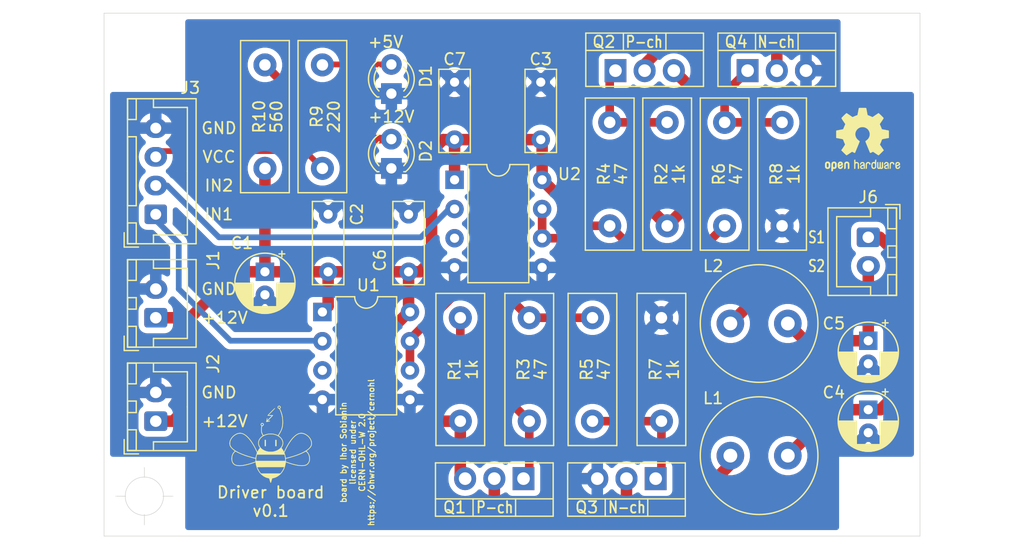
<source format=kicad_pcb>
(kicad_pcb (version 20171130) (host pcbnew 5.1.10-88a1d61d58~90~ubuntu20.04.1)
  (layers (0 F.Cu signal) (31 B.Cu signal hide) (34 B.Paste user) (35 F.Paste user) (36 B.SilkS user) (37 F.SilkS user) (38 B.Mask user) (39 F.Mask user) (44 Edge.Cuts user))
  (net 0 "")
  (net 1 GND)
  (net 2 +12V)
  (net 3 "Net-(C4-Pad1)")
  (net 4 "Net-(C5-Pad1)")
  (net 5 "Net-(D1-Pad2)")
  (net 6 "Net-(D2-Pad2)")
  (net 7 IN2)
  (net 8 IN1)
  (net 9 +5V)
  (net 10 "Net-(L1-Pad1)")
  (net 11 "Net-(L2-Pad1)")
  (net 12 "Net-(Q1-Pad1)")
  (net 13 "Net-(Q2-Pad1)")
  (net 14 "Net-(Q3-Pad1)")
  (net 15 "Net-(Q4-Pad1)")
  (net 16 "Net-(R3-Pad1)")
  (net 17 "Net-(R4-Pad1)")
  (net 18 "Net-(U1-Pad3)")
  (net 19 "Net-(U2-Pad3)")
  (module logo-beehive:logo-beehive-7_2х6_7mm (layer F.Cu) (at 138.5 108.5)
    (fp_text reference G*** hide)
    (fp_text value LOGO hide)
  )
  (module Connector_JST:JST_XH_B2B-XH-A_1x02_P2.50mm_Vertical (layer F.Cu) (at 128.5 97.5 90)
    (fp_text reference J1 (at 5 5 90) (layer F.SilkS))
    (fp_text value Conn_01x02)
    (pad 2 thru_hole oval (at 2.5 0 90) (size 1.7 2) (drill 1) (layers *.Cu *.Mask) (net 1 GND))
    (pad 1 thru_hole roundrect (at 0 0 90) (size 1.7 2) (drill 1) (layers *.Cu *.Mask) (roundrect_rratio 0.1470588235294118) (net 2 +12V))
  )
  (module Symbol:OSHW-Logo2_7.3x6mm_SilkScreen (layer F.Cu) (at 190 82)
    (fp_text reference REF** hide)
    (fp_text value OSHW-Logo2_7.3x6mm_SilkScreen hide)
  )
  (module MountingHole:MountingHole_3.2mm_M3_DIN965 (layer F.Cu) (at 127.5 113)
    (fp_text reference REF** hide)
    (fp_text value MountingHole_3.2mm_M3_DIN965 hide)
    (pad 1 np_thru_hole circle (at 0 0) (size 3.2 3.2) (drill 3.2) (layers *.Cu *.Mask))
  )
  (module MountingHole:MountingHole_3.2mm_M3_DIN965 (layer F.Cu) (at 127.5 74.5)
    (fp_text reference REF**)
    (fp_text value MountingHole_3.2mm_M3_DIN965)
    (pad 1 np_thru_hole circle (at 0 0) (size 3.2 3.2) (drill 3.2) (layers *.Cu *.Mask))
  )
  (module MountingHole:MountingHole_3.2mm_M3_DIN965 (layer F.Cu) (at 191.5 74.5)
    (fp_text reference REF**)
    (fp_text value MountingHole_3.2mm_M3_DIN965)
    (pad 1 np_thru_hole circle (at 0 0) (size 3.2 3.2) (drill 3.2) (layers *.Cu *.Mask))
  )
  (module MountingHole:MountingHole_3.2mm_M3_DIN965 (layer F.Cu) (at 191.5 113)
    (fp_text reference REF**)
    (fp_text value MountingHole_3.2mm_M3_DIN965)
    (pad 1 np_thru_hole circle (at 0 0) (size 3.2 3.2) (drill 3.2) (layers *.Cu *.Mask))
  )
  (module Package_DIP:DIP-8_W7.62mm (layer F.Cu) (at 154.5 85.5)
    (fp_text reference U2 (at 10 -0.5) (layer F.SilkS))
    (fp_text value TC4420CPA)
    (pad 8 thru_hole oval (at 7.62 0) (size 1.6 1.6) (drill 0.8) (layers *.Cu *.Mask) (net 2 +12V))
    (pad 4 thru_hole oval (at 0 7.62) (size 1.6 1.6) (drill 0.8) (layers *.Cu *.Mask) (net 1 GND))
    (pad 7 thru_hole oval (at 7.62 2.54) (size 1.6 1.6) (drill 0.8) (layers *.Cu *.Mask) (net 17 "Net-(R4-Pad1)"))
    (pad 3 thru_hole oval (at 0 5.08) (size 1.6 1.6) (drill 0.8) (layers *.Cu *.Mask) (net 19 "Net-(U2-Pad3)"))
    (pad 6 thru_hole oval (at 7.62 5.08) (size 1.6 1.6) (drill 0.8) (layers *.Cu *.Mask) (net 17 "Net-(R4-Pad1)"))
    (pad 2 thru_hole oval (at 0 2.54) (size 1.6 1.6) (drill 0.8) (layers *.Cu *.Mask) (net 7 IN2))
    (pad 5 thru_hole oval (at 7.62 7.62) (size 1.6 1.6) (drill 0.8) (layers *.Cu *.Mask) (net 1 GND))
    (pad 1 thru_hole rect (at 0 0) (size 1.6 1.6) (drill 0.8) (layers *.Cu *.Mask) (net 2 +12V))
  )
  (module Package_DIP:DIP-8_W7.62mm (layer F.Cu) (at 143 97)
    (fp_text reference U1 (at 4 -2.33) (layer F.SilkS))
    (fp_text value TC4420CPA)
    (pad 8 thru_hole oval (at 7.62 0) (size 1.6 1.6) (drill 0.8) (layers *.Cu *.Mask) (net 2 +12V))
    (pad 4 thru_hole oval (at 0 7.62) (size 1.6 1.6) (drill 0.8) (layers *.Cu *.Mask) (net 1 GND))
    (pad 7 thru_hole oval (at 7.62 2.54) (size 1.6 1.6) (drill 0.8) (layers *.Cu *.Mask) (net 16 "Net-(R3-Pad1)"))
    (pad 3 thru_hole oval (at 0 5.08) (size 1.6 1.6) (drill 0.8) (layers *.Cu *.Mask) (net 18 "Net-(U1-Pad3)"))
    (pad 6 thru_hole oval (at 7.62 5.08) (size 1.6 1.6) (drill 0.8) (layers *.Cu *.Mask) (net 16 "Net-(R3-Pad1)"))
    (pad 2 thru_hole oval (at 0 2.54) (size 1.6 1.6) (drill 0.8) (layers *.Cu *.Mask) (net 8 IN1))
    (pad 5 thru_hole oval (at 7.62 7.62) (size 1.6 1.6) (drill 0.8) (layers *.Cu *.Mask) (net 1 GND))
    (pad 1 thru_hole rect (at 0 0) (size 1.6 1.6) (drill 0.8) (layers *.Cu *.Mask) (net 2 +12V))
  )
  (module Resistor_THT:R_Box_L13.0mm_W4.0mm_P9.00mm (layer F.Cu) (at 138 84.5 90)
    (fp_text reference R10 (at 4.5 -0.5 90) (layer F.SilkS))
    (fp_text value 560)
    (pad 1 thru_hole circle (at 0 0 90) (size 2 2) (drill 1) (layers *.Cu *.Mask) (net 2 +12V))
    (pad 2 thru_hole circle (at 9 0 90) (size 2 2) (drill 1) (layers *.Cu *.Mask) (net 6 "Net-(D2-Pad2)"))
  )
  (module Resistor_THT:R_Box_L13.0mm_W4.0mm_P9.00mm (layer F.Cu) (at 143 84.5 90)
    (fp_text reference R9 (at 4.5 -0.5 90) (layer F.SilkS))
    (fp_text value 220)
    (pad 2 thru_hole circle (at 9 0 90) (size 2 2) (drill 1) (layers *.Cu *.Mask) (net 5 "Net-(D1-Pad2)"))
    (pad 1 thru_hole circle (at 0 0 90) (size 2 2) (drill 1) (layers *.Cu *.Mask) (net 9 +5V))
  )
  (module Resistor_THT:R_Box_L13.0mm_W4.0mm_P9.00mm (layer F.Cu) (at 183 89.5 90)
    (fp_text reference R8 (at 4.5 -0.5 270) (layer F.SilkS))
    (fp_text value 1k)
    (pad 2 thru_hole circle (at 9 0 90) (size 2 2) (drill 1) (layers *.Cu *.Mask) (net 15 "Net-(Q4-Pad1)"))
    (pad 1 thru_hole circle (at 0 0 90) (size 2 2) (drill 1) (layers *.Cu *.Mask) (net 1 GND))
  )
  (module Resistor_THT:R_Box_L13.0mm_W4.0mm_P9.00mm (layer F.Cu) (at 172.5 97.5 270)
    (fp_text reference R7 (at 4.5 0.5 270) (layer F.SilkS))
    (fp_text value 1k)
    (pad 2 thru_hole circle (at 9 0 270) (size 2 2) (drill 1) (layers *.Cu *.Mask) (net 14 "Net-(Q3-Pad1)"))
    (pad 1 thru_hole circle (at 0 0 270) (size 2 2) (drill 1) (layers *.Cu *.Mask) (net 1 GND))
  )
  (module Resistor_THT:R_Box_L13.0mm_W4.0mm_P9.00mm (layer F.Cu) (at 178 89.5 90)
    (fp_text reference R6 (at 4.5 -0.5 270) (layer F.SilkS))
    (fp_text value 47)
    (pad 2 thru_hole circle (at 9 0 90) (size 2 2) (drill 1) (layers *.Cu *.Mask) (net 15 "Net-(Q4-Pad1)"))
    (pad 1 thru_hole circle (at 0 0 90) (size 2 2) (drill 1) (layers *.Cu *.Mask) (net 17 "Net-(R4-Pad1)"))
  )
  (module Resistor_THT:R_Box_L13.0mm_W4.0mm_P9.00mm (layer F.Cu) (at 166.5 97.5 270)
    (fp_text reference R5 (at 4.5 0.5 270) (layer F.SilkS))
    (fp_text value 47)
    (pad 2 thru_hole circle (at 9 0 270) (size 2 2) (drill 1) (layers *.Cu *.Mask) (net 14 "Net-(Q3-Pad1)"))
    (pad 1 thru_hole circle (at 0 0 270) (size 2 2) (drill 1) (layers *.Cu *.Mask) (net 16 "Net-(R3-Pad1)"))
  )
  (module Resistor_THT:R_Box_L13.0mm_W4.0mm_P9.00mm (layer F.Cu) (at 168 89.5 90)
    (fp_text reference R4 (at 4.5 -0.5 90) (layer F.SilkS))
    (fp_text value 47)
    (pad 2 thru_hole circle (at 9 0 90) (size 2 2) (drill 1) (layers *.Cu *.Mask) (net 13 "Net-(Q2-Pad1)"))
    (pad 1 thru_hole circle (at 0 0 90) (size 2 2) (drill 1) (layers *.Cu *.Mask) (net 17 "Net-(R4-Pad1)"))
  )
  (module Resistor_THT:R_Box_L13.0mm_W4.0mm_P9.00mm (layer F.Cu) (at 161 97.5 270)
    (fp_text reference R3 (at 4.5 0.5 270) (layer F.SilkS))
    (fp_text value 47)
    (pad 2 thru_hole circle (at 9 0 270) (size 2 2) (drill 1) (layers *.Cu *.Mask) (net 12 "Net-(Q1-Pad1)"))
    (pad 1 thru_hole circle (at 0 0 270) (size 2 2) (drill 1) (layers *.Cu *.Mask) (net 16 "Net-(R3-Pad1)"))
  )
  (module Resistor_THT:R_Box_L13.0mm_W4.0mm_P9.00mm (layer F.Cu) (at 173 80.5 270)
    (fp_text reference R2 (at 4.5 0.5 270) (layer F.SilkS))
    (fp_text value 1k)
    (pad 2 thru_hole circle (at 9 0 270) (size 2 2) (drill 1) (layers *.Cu *.Mask) (net 2 +12V))
    (pad 1 thru_hole circle (at 0 0 270) (size 2 2) (drill 1) (layers *.Cu *.Mask) (net 13 "Net-(Q2-Pad1)"))
  )
  (module Resistor_THT:R_Box_L13.0mm_W4.0mm_P9.00mm (layer F.Cu) (at 155 97.5 270)
    (fp_text reference R1 (at 4.5 0.5 270) (layer F.SilkS))
    (fp_text value 1k)
    (pad 2 thru_hole circle (at 9 0 270) (size 2 2) (drill 1) (layers *.Cu *.Mask) (net 2 +12V))
    (pad 1 thru_hole circle (at 0 0 270) (size 2 2) (drill 1) (layers *.Cu *.Mask) (net 12 "Net-(Q1-Pad1)"))
  )
  (module Package_TO_SOT_THT:TO-220-3_Vertical (layer F.Cu) (at 180 76)
    (fp_text reference Q4 (at -1 -2.5) (layer F.SilkS))
    (fp_text value IRFZ24NPBF)
    (pad 3 thru_hole oval (at 5.08 0) (size 1.905 2) (drill 1.1) (layers *.Cu *.Mask) (net 1 GND))
    (pad 2 thru_hole oval (at 2.54 0) (size 1.905 2) (drill 1.1) (layers *.Cu *.Mask) (net 11 "Net-(L2-Pad1)"))
    (pad 1 thru_hole rect (at 0 0) (size 1.905 2) (drill 1.1) (layers *.Cu *.Mask) (net 15 "Net-(Q4-Pad1)"))
  )
  (module Package_TO_SOT_THT:TO-220-3_Vertical (layer F.Cu) (at 172 111.5 180)
    (fp_text reference Q3 (at 6 -2.5) (layer F.SilkS))
    (fp_text value IRFZ24NPBF)
    (pad 3 thru_hole oval (at 5.08 0 180) (size 1.905 2) (drill 1.1) (layers *.Cu *.Mask) (net 1 GND))
    (pad 2 thru_hole oval (at 2.54 0 180) (size 1.905 2) (drill 1.1) (layers *.Cu *.Mask) (net 10 "Net-(L1-Pad1)"))
    (pad 1 thru_hole rect (at 0 0 180) (size 1.905 2) (drill 1.1) (layers *.Cu *.Mask) (net 14 "Net-(Q3-Pad1)"))
  )
  (module Package_TO_SOT_THT:TO-220-3_Vertical (layer F.Cu) (at 168.5 76)
    (fp_text reference Q2 (at -1 -2.5) (layer F.SilkS))
    (fp_text value IRF9Z34NPBF)
    (pad 3 thru_hole oval (at 5.08 0) (size 1.905 2) (drill 1.1) (layers *.Cu *.Mask) (net 2 +12V))
    (pad 2 thru_hole oval (at 2.54 0) (size 1.905 2) (drill 1.1) (layers *.Cu *.Mask) (net 11 "Net-(L2-Pad1)"))
    (pad 1 thru_hole rect (at 0 0) (size 1.905 2) (drill 1.1) (layers *.Cu *.Mask) (net 13 "Net-(Q2-Pad1)"))
  )
  (module Package_TO_SOT_THT:TO-220-3_Vertical (layer F.Cu) (at 160.5 111.5 180)
    (fp_text reference Q1 (at 6 -2.5) (layer F.SilkS))
    (fp_text value IRF9Z34NPBF)
    (pad 3 thru_hole oval (at 5.08 0 180) (size 1.905 2) (drill 1.1) (layers *.Cu *.Mask) (net 2 +12V))
    (pad 2 thru_hole oval (at 2.54 0 180) (size 1.905 2) (drill 1.1) (layers *.Cu *.Mask) (net 10 "Net-(L1-Pad1)"))
    (pad 1 thru_hole rect (at 0 0 180) (size 1.905 2) (drill 1.1) (layers *.Cu *.Mask) (net 12 "Net-(Q1-Pad1)"))
  )
  (module Inductor_THT:L_Radial_D10.0mm_P5.00mm_Neosid_SD12_style3 (layer F.Cu) (at 178.5 98)
    (fp_text reference L2 (at -1.5 -5) (layer F.SilkS))
    (fp_text value 33u)
    (pad 2 thru_hole circle (at 5 0) (size 2.4 2.4) (drill 1.2) (layers *.Cu *.Mask) (net 4 "Net-(C5-Pad1)"))
    (pad 1 thru_hole circle (at 0 0) (size 2.4 2.4) (drill 1.2) (layers *.Cu *.Mask) (net 11 "Net-(L2-Pad1)"))
  )
  (module Inductor_THT:L_Radial_D10.0mm_P5.00mm_Neosid_SD12_style3 (layer F.Cu) (at 178.5 109.5)
    (fp_text reference L1 (at -1.5 -5) (layer F.SilkS))
    (fp_text value 33u)
    (pad 2 thru_hole circle (at 5 0) (size 2.4 2.4) (drill 1.2) (layers *.Cu *.Mask) (net 3 "Net-(C4-Pad1)"))
    (pad 1 thru_hole circle (at 0 0) (size 2.4 2.4) (drill 1.2) (layers *.Cu *.Mask) (net 10 "Net-(L1-Pad1)"))
  )
  (module Connector_JST:JST_XH_B2B-XH-A_1x02_P2.50mm_Vertical (layer F.Cu) (at 190.5 90.5 270)
    (fp_text reference J6 (at -3.5 0 180) (layer F.SilkS))
    (fp_text value Conn_01x02)
    (pad 2 thru_hole oval (at 2.5 0 270) (size 1.7 2) (drill 1) (layers *.Cu *.Mask) (net 4 "Net-(C5-Pad1)"))
    (pad 1 thru_hole roundrect (at 0 0 270) (size 1.7 2) (drill 1) (layers *.Cu *.Mask) (roundrect_rratio 0.1470588235294118) (net 3 "Net-(C4-Pad1)"))
  )
  (module Connector_JST:JST_XH_B4B-XH-A_1x04_P2.50mm_Vertical (layer F.Cu) (at 128.5 88.5 90)
    (fp_text reference J3 (at 11 3 180) (layer F.SilkS))
    (fp_text value Conn_01x04)
    (pad 4 thru_hole oval (at 7.5 0 90) (size 1.7 1.95) (drill 0.95) (layers *.Cu *.Mask) (net 1 GND))
    (pad 3 thru_hole oval (at 5 0 90) (size 1.7 1.95) (drill 0.95) (layers *.Cu *.Mask) (net 9 +5V))
    (pad 2 thru_hole oval (at 2.5 0 90) (size 1.7 1.95) (drill 0.95) (layers *.Cu *.Mask) (net 7 IN2))
    (pad 1 thru_hole roundrect (at 0 0 90) (size 1.7 1.95) (drill 0.95) (layers *.Cu *.Mask) (roundrect_rratio 0.1470588235294118) (net 8 IN1))
  )
  (module Connector_JST:JST_XH_B2B-XH-A_1x02_P2.50mm_Vertical (layer F.Cu) (at 128.5 106.5 90)
    (fp_text reference J2 (at 5 5 90) (layer F.SilkS))
    (fp_text value Conn_01x02)
    (pad 2 thru_hole oval (at 2.5 0 90) (size 1.7 2) (drill 1) (layers *.Cu *.Mask) (net 1 GND))
    (pad 1 thru_hole roundrect (at 0 0 90) (size 1.7 2) (drill 1) (layers *.Cu *.Mask) (roundrect_rratio 0.1470588235294118) (net 2 +12V))
  )
  (module LED_THT:LED_D3.0mm (layer F.Cu) (at 149 84.5 90)
    (fp_text reference D2 (at 1.5 3 270) (layer F.SilkS))
    (fp_text value LED)
    (pad 2 thru_hole circle (at 2.54 0 90) (size 1.8 1.8) (drill 0.9) (layers *.Cu *.Mask) (net 6 "Net-(D2-Pad2)"))
    (pad 1 thru_hole rect (at 0 0 90) (size 1.8 1.8) (drill 0.9) (layers *.Cu *.Mask) (net 1 GND))
  )
  (module LED_THT:LED_D3.0mm (layer F.Cu) (at 149 78 90)
    (fp_text reference D1 (at 1.5 3 270) (layer F.SilkS))
    (fp_text value LED)
    (pad 2 thru_hole circle (at 2.54 0 90) (size 1.8 1.8) (drill 0.9) (layers *.Cu *.Mask) (net 5 "Net-(D1-Pad2)"))
    (pad 1 thru_hole rect (at 0 0 90) (size 1.8 1.8) (drill 0.9) (layers *.Cu *.Mask) (net 1 GND))
  )
  (module Capacitor_THT:C_Disc_D7.0mm_W2.5mm_P5.00mm (layer F.Cu) (at 154.5 82 90)
    (fp_text reference C7 (at 7 0 180) (layer F.SilkS))
    (fp_text value 100nF)
    (pad 2 thru_hole circle (at 5 0 90) (size 1.6 1.6) (drill 0.8) (layers *.Cu *.Mask) (net 1 GND))
    (pad 1 thru_hole circle (at 0 0 90) (size 1.6 1.6) (drill 0.8) (layers *.Cu *.Mask) (net 2 +12V))
  )
  (module Capacitor_THT:C_Disc_D7.0mm_W2.5mm_P5.00mm (layer F.Cu) (at 150.5 93.5 90)
    (fp_text reference C6 (at 1 -2.5 90) (layer F.SilkS))
    (fp_text value 100nF)
    (pad 2 thru_hole circle (at 5 0 90) (size 1.6 1.6) (drill 0.8) (layers *.Cu *.Mask) (net 1 GND))
    (pad 1 thru_hole circle (at 0 0 90) (size 1.6 1.6) (drill 0.8) (layers *.Cu *.Mask) (net 2 +12V))
  )
  (module Capacitor_THT:CP_Radial_D5.0mm_P2.00mm (layer F.Cu) (at 190.5 99.5 270)
    (fp_text reference C5 (at -1.5 3 180) (layer F.SilkS))
    (fp_text value 22u)
    (pad 2 thru_hole circle (at 2 0 270) (size 1.6 1.6) (drill 0.8) (layers *.Cu *.Mask) (net 1 GND))
    (pad 1 thru_hole rect (at 0 0 270) (size 1.6 1.6) (drill 0.8) (layers *.Cu *.Mask) (net 4 "Net-(C5-Pad1)"))
  )
  (module Capacitor_THT:CP_Radial_D5.0mm_P2.00mm (layer F.Cu) (at 190.5 105.5 270)
    (fp_text reference C4 (at -1.5 3 180) (layer F.SilkS))
    (fp_text value 22u)
    (pad 2 thru_hole circle (at 2 0 270) (size 1.6 1.6) (drill 0.8) (layers *.Cu *.Mask) (net 1 GND))
    (pad 1 thru_hole rect (at 0 0 270) (size 1.6 1.6) (drill 0.8) (layers *.Cu *.Mask) (net 3 "Net-(C4-Pad1)"))
  )
  (module Capacitor_THT:C_Disc_D7.0mm_W2.5mm_P5.00mm (layer F.Cu) (at 162 82 90)
    (fp_text reference C3 (at 7 0 180) (layer F.SilkS))
    (fp_text value 100nF)
    (pad 2 thru_hole circle (at 5 0 90) (size 1.6 1.6) (drill 0.8) (layers *.Cu *.Mask) (net 1 GND))
    (pad 1 thru_hole circle (at 0 0 90) (size 1.6 1.6) (drill 0.8) (layers *.Cu *.Mask) (net 2 +12V))
  )
  (module Capacitor_THT:C_Disc_D7.0mm_W2.5mm_P5.00mm (layer F.Cu) (at 143.5 93.5 90)
    (fp_text reference C2 (at 5 2.5 90) (layer F.SilkS))
    (fp_text value 100nF)
    (pad 2 thru_hole circle (at 5 0 90) (size 1.6 1.6) (drill 0.8) (layers *.Cu *.Mask) (net 1 GND))
    (pad 1 thru_hole circle (at 0 0 90) (size 1.6 1.6) (drill 0.8) (layers *.Cu *.Mask) (net 2 +12V))
  )
  (module Capacitor_THT:CP_Radial_D5.0mm_P2.00mm (layer F.Cu) (at 138 93.5 270)
    (fp_text reference C1 (at -2.5 2 180) (layer F.SilkS))
    (fp_text value 22u)
    (pad 1 thru_hole rect (at 0 0 270) (size 1.6 1.6) (drill 0.8) (layers *.Cu *.Mask) (net 2 +12V))
    (pad 2 thru_hole circle (at 2 0 270) (size 1.6 1.6) (drill 0.8) (layers *.Cu *.Mask) (net 1 GND))
  )
  (target plus (at 127.508 113.03) (size 5) (width 0.05) (layer Edge.Cuts))
  (gr_text "board by Ihor Sobianin\nlicensed under\nCERN-OHL-W 2.0\nhttps://ohwr.org/project/cernohl" (at 146.05 109.22 90) (layer F.SilkS) (effects (font (size 0.5 0.5) (thickness 0.1))))
  (gr_text +12V (at 134.5 106.5) (layer F.SilkS) (effects (font (size 1 1))))
  (gr_text GND (at 134 104) (layer F.SilkS) (effects (font (size 1 1))))
  (gr_text "Driver board\nv0.1" (at 138.5 113.5) (layer F.SilkS) (effects (font (size 1 1))))
  (gr_text 560 (at 139 80 90) (layer F.SilkS) (effects (font (size 1 1))))
  (gr_text 220 (at 144 80 90) (layer F.SilkS) (effects (font (size 1 1))))
  (gr_text 47 (at 167.5 102 90) (layer F.SilkS) (effects (font (size 1 1))))
  (gr_text 1k (at 173.5 102 90) (layer F.SilkS) (effects (font (size 1 1))))
  (gr_text 47 (at 162 102 90) (layer F.SilkS) (effects (font (size 1 1))))
  (gr_text 1k (at 156 102 90) (layer F.SilkS) (effects (font (size 1 1))))
  (gr_text 1k (at 184 85 90) (layer F.SilkS) (effects (font (size 1 1))))
  (gr_text 1k (at 174 85 90) (layer F.SilkS) (effects (font (size 1 1))))
  (gr_text 47 (at 179 85 90) (layer F.SilkS) (effects (font (size 1 1))))
  (gr_text 47 (at 169 85 90) (layer F.SilkS) (effects (font (size 1 1))))
  (gr_text P-ch (at 171 73.5) (layer F.SilkS) (effects (font (size 1 0.8))))
  (gr_text N-ch (at 182.5 73.5) (layer F.SilkS) (effects (font (size 1 0.8))))
  (gr_text N-ch (at 169.5 114) (layer F.SilkS) (effects (font (size 1 0.8))))
  (gr_text P-ch (at 158 114) (layer F.SilkS) (effects (font (size 1 0.8))))
  (gr_text GND (at 134 95) (layer F.SilkS) (effects (font (size 1 1))))
  (gr_text +12V (at 134.5 97.5) (layer F.SilkS) (effects (font (size 1 1))))
  (gr_text S1 (at 186 90.5) (layer F.SilkS) (effects (font (size 1 0.75))))
  (gr_text S2 (at 186 93) (layer F.SilkS) (effects (font (size 1 0.75))))
  (gr_text VCC (at 134 83.5) (layer F.SilkS) (effects (font (size 1 1))))
  (gr_text GND (at 134 81) (layer F.SilkS) (effects (font (size 1 1))))
  (gr_text IN1 (at 134 88.5) (layer F.SilkS) (effects (font (size 1 1))))
  (gr_text IN2 (at 134 86) (layer F.SilkS) (effects (font (size 1 1))))
  (gr_text +12V (at 149 80) (layer F.SilkS) (effects (font (size 1 1))))
  (gr_text +5V (at 148.5 73.5) (layer F.SilkS) (effects (font (size 1 1))))
  (gr_line (start 124 116.5) (end 124 71) (layer Edge.Cuts) (width 0.05))
  (gr_line (start 195 116.5) (end 124 116.5) (layer Edge.Cuts) (width 0.05))
  (gr_line (start 195 71) (end 195 116.5) (layer Edge.Cuts) (width 0.05))
  (gr_line (start 124 71) (end 195 71) (layer Edge.Cuts) (width 0.05))
  (segment (start 130.5 97.5) (end 131.54 98.54) (width 0.75) (layer F.Cu) (net 2))
  (segment (start 143.5 96.5) (end 143 97) (width 1) (layer F.Cu) (net 2))
  (segment (start 143.5 93.5) (end 143.5 96.5) (width 1) (layer F.Cu) (net 2))
  (segment (start 143.5 93.5) (end 150.5 93.5) (width 1) (layer F.Cu) (net 2))
  (segment (start 150.5 96.88) (end 150.62 97) (width 1) (layer F.Cu) (net 2))
  (segment (start 150.5 93.5) (end 150.5 96.88) (width 1) (layer F.Cu) (net 2))
  (segment (start 155 111.08) (end 155.42 111.5) (width 1) (layer F.Cu) (net 2))
  (segment (start 155 106.5) (end 155 111.08) (width 1) (layer F.Cu) (net 2))
  (segment (start 149.5 106.5) (end 155 106.5) (width 1) (layer F.Cu) (net 2))
  (segment (start 148.5 105.5) (end 149.5 106.5) (width 1) (layer F.Cu) (net 2))
  (segment (start 148.5 99) (end 148.5 105.5) (width 1) (layer F.Cu) (net 2))
  (segment (start 150.62 97) (end 150.5 97) (width 1) (layer F.Cu) (net 2))
  (segment (start 150.5 97) (end 148.5 99) (width 1) (layer F.Cu) (net 2))
  (segment (start 154.5 82) (end 154.5 85.5) (width 1) (layer F.Cu) (net 2))
  (segment (start 170 86.5) (end 173 89.5) (width 1) (layer F.Cu) (net 2))
  (segment (start 163.12 86.5) (end 170 86.5) (width 1) (layer F.Cu) (net 2))
  (segment (start 162.12 85.5) (end 163.12 86.5) (width 1) (layer F.Cu) (net 2))
  (segment (start 175.5 77.92) (end 173.58 76) (width 1) (layer F.Cu) (net 2))
  (segment (start 175.5 87) (end 175.5 77.92) (width 1) (layer F.Cu) (net 2))
  (segment (start 173 89.5) (end 175.5 87) (width 1) (layer F.Cu) (net 2))
  (segment (start 131.5 97.5) (end 128.5 97.5) (width 1) (layer F.Cu) (net 2))
  (segment (start 131.5 98.5) (end 131.5 97.5) (width 1) (layer F.Cu) (net 2))
  (segment (start 131.5 105) (end 131.5 98.5) (width 1) (layer F.Cu) (net 2))
  (segment (start 130 106.5) (end 131.5 105) (width 1) (layer F.Cu) (net 2))
  (segment (start 128.5 106.5) (end 130 106.5) (width 1) (layer F.Cu) (net 2))
  (segment (start 162 82) (end 154.5 82) (width 1) (layer F.Cu) (net 2))
  (segment (start 162.12 82.12) (end 162 82) (width 1) (layer F.Cu) (net 2))
  (segment (start 162.12 85.5) (end 162.12 82.12) (width 1) (layer F.Cu) (net 2))
  (segment (start 153.5 82) (end 154.5 82) (width 1) (layer F.Cu) (net 2))
  (segment (start 152.5 83) (end 153.5 82) (width 1) (layer F.Cu) (net 2))
  (segment (start 152.5 92.5) (end 152.5 83) (width 1) (layer F.Cu) (net 2))
  (segment (start 151.5 93.5) (end 152.5 92.5) (width 1) (layer F.Cu) (net 2))
  (segment (start 150.5 93.5) (end 151.5 93.5) (width 1) (layer F.Cu) (net 2))
  (segment (start 138 93.5) (end 138 84.5) (width 1) (layer F.Cu) (net 2))
  (segment (start 131.5 97.5) (end 135.5 93.5) (width 1) (layer F.Cu) (net 2))
  (segment (start 135.5 93.5) (end 143.5 93.5) (width 1) (layer F.Cu) (net 2))
  (segment (start 187.5 105.5) (end 190.5 105.5) (width 1) (layer F.Cu) (net 3))
  (segment (start 183.5 109.5) (end 187.5 105.5) (width 1) (layer F.Cu) (net 3))
  (segment (start 191.5 90.5) (end 190.5 90.5) (width 1) (layer F.Cu) (net 3))
  (segment (start 193 92) (end 191.5 90.5) (width 1) (layer F.Cu) (net 3))
  (segment (start 193 104.05) (end 193 92) (width 1) (layer F.Cu) (net 3))
  (segment (start 190.5 105.5) (end 191.55 105.5) (width 1) (layer F.Cu) (net 3))
  (segment (start 191.55 105.5) (end 193 104.05) (width 1) (layer F.Cu) (net 3))
  (segment (start 190.5 99.5) (end 190.5 93) (width 1) (layer F.Cu) (net 4))
  (segment (start 185 99.5) (end 190.5 99.5) (width 1) (layer F.Cu) (net 4))
  (segment (start 183.5 98) (end 185 99.5) (width 1) (layer F.Cu) (net 4))
  (segment (start 143.04 75.46) (end 143 75.5) (width 0.5) (layer F.Cu) (net 5))
  (segment (start 149 75.46) (end 143.04 75.46) (width 0.5) (layer F.Cu) (net 5))
  (segment (start 144.46 81.96) (end 149 81.96) (width 0.75) (layer F.Cu) (net 6))
  (segment (start 138 75.5) (end 144.46 81.96) (width 0.75) (layer F.Cu) (net 6))
  (segment (start 154.02 88.04) (end 154.5 88.04) (width 0.5) (layer B.Cu) (net 7))
  (segment (start 151.56 90.5) (end 154.02 88.04) (width 0.5) (layer B.Cu) (net 7))
  (segment (start 129.5 86) (end 134 90.5) (width 0.5) (layer B.Cu) (net 7))
  (segment (start 134 90.5) (end 151.56 90.5) (width 0.5) (layer B.Cu) (net 7))
  (segment (start 128.5 86) (end 129.5 86) (width 0.5) (layer B.Cu) (net 7))
  (segment (start 128.5 89) (end 128.5 88.5) (width 0.5) (layer B.Cu) (net 8))
  (segment (start 130.5 91) (end 128.5 89) (width 0.5) (layer B.Cu) (net 8))
  (segment (start 135 99.5) (end 130.5 95) (width 0.5) (layer B.Cu) (net 8))
  (segment (start 130.5 95) (end 130.5 91) (width 0.5) (layer B.Cu) (net 8))
  (segment (start 142.96 99.5) (end 135 99.5) (width 0.5) (layer B.Cu) (net 8))
  (segment (start 143 99.54) (end 142.96 99.5) (width 0.5) (layer B.Cu) (net 8))
  (segment (start 129 83) (end 128.5 83.5) (width 0.5) (layer F.Cu) (net 9))
  (segment (start 141.5 83) (end 129 83) (width 0.5) (layer F.Cu) (net 9))
  (segment (start 143 84.5) (end 141.5 83) (width 0.5) (layer F.Cu) (net 9))
  (segment (start 169.5 113) (end 170.54 114.04) (width 0.75) (layer F.Cu) (net 10))
  (segment (start 169.5 113) (end 168.46 114.04) (width 0.75) (layer F.Cu) (net 10))
  (segment (start 178.5 109.75) (end 178.5 109.5) (width 1) (layer F.Cu) (net 10))
  (segment (start 170.5 114) (end 174.75 114) (width 1) (layer F.Cu) (net 10))
  (segment (start 157.96 113.21) (end 158.75 114) (width 1) (layer F.Cu) (net 10))
  (segment (start 157.96 111.5) (end 157.96 113.21) (width 1) (layer F.Cu) (net 10))
  (segment (start 178.5 110.25) (end 178.125 110.625) (width 1) (layer F.Cu) (net 10))
  (segment (start 178.5 109.5) (end 178.5 110.25) (width 1) (layer F.Cu) (net 10))
  (segment (start 174.75 114) (end 178.125 110.625) (width 1) (layer F.Cu) (net 10))
  (segment (start 169.46 113.96) (end 169.5 114) (width 1) (layer F.Cu) (net 10))
  (segment (start 169.46 111.5) (end 169.46 113.96) (width 1) (layer F.Cu) (net 10))
  (segment (start 169.5 114) (end 170.5 114) (width 1) (layer F.Cu) (net 10))
  (segment (start 158.75 114) (end 169.5 114) (width 1) (layer F.Cu) (net 10))
  (segment (start 182.46 74.54) (end 183.5 73.5) (width 0.75) (layer F.Cu) (net 11))
  (segment (start 182.54 74.54) (end 181.5 73.5) (width 0.75) (layer F.Cu) (net 11))
  (segment (start 182.54 76) (end 182.54 74.04) (width 1) (layer F.Cu) (net 11))
  (segment (start 171.04 75.46) (end 171.04 76) (width 1) (layer F.Cu) (net 11))
  (segment (start 173 73.5) (end 171.04 75.46) (width 1) (layer F.Cu) (net 11))
  (segment (start 186 73.5) (end 173 73.5) (width 1) (layer F.Cu) (net 11))
  (segment (start 187.5 75) (end 186 73.5) (width 1) (layer F.Cu) (net 11))
  (segment (start 187.5 89) (end 187.5 75) (width 1) (layer F.Cu) (net 11))
  (segment (start 178.5 98) (end 187.5 89) (width 1) (layer F.Cu) (net 11))
  (segment (start 155 100.5) (end 161 106.5) (width 0.75) (layer F.Cu) (net 12))
  (segment (start 155 97.5) (end 155 100.5) (width 0.75) (layer F.Cu) (net 12))
  (segment (start 161 111) (end 160.5 111.5) (width 0.75) (layer F.Cu) (net 12))
  (segment (start 161 106.5) (end 161 111) (width 0.75) (layer F.Cu) (net 12))
  (segment (start 173 80.5) (end 168 80.5) (width 0.75) (layer F.Cu) (net 13))
  (segment (start 168 76.5) (end 168.5 76) (width 0.75) (layer F.Cu) (net 13))
  (segment (start 168 80.5) (end 168 76.5) (width 0.75) (layer F.Cu) (net 13))
  (segment (start 166.5 106.5) (end 172.5 106.5) (width 0.75) (layer F.Cu) (net 14))
  (segment (start 172.5 111) (end 172 111.5) (width 0.75) (layer F.Cu) (net 14))
  (segment (start 172.5 106.5) (end 172.5 111) (width 0.75) (layer F.Cu) (net 14))
  (segment (start 183 80.5) (end 178 80.5) (width 0.75) (layer F.Cu) (net 15))
  (segment (start 178 78) (end 178 80.5) (width 0.75) (layer F.Cu) (net 15))
  (segment (start 180 76) (end 178 78) (width 0.75) (layer F.Cu) (net 15))
  (segment (start 150.62 102.08) (end 150.62 99.54) (width 0.75) (layer F.Cu) (net 16))
  (segment (start 159 95.5) (end 161 97.5) (width 0.75) (layer F.Cu) (net 16))
  (segment (start 154.5 95.5) (end 159 95.5) (width 0.75) (layer F.Cu) (net 16))
  (segment (start 150.62 99.54) (end 150.62 99.38) (width 0.75) (layer F.Cu) (net 16))
  (segment (start 150.62 99.38) (end 154.5 95.5) (width 0.75) (layer F.Cu) (net 16))
  (segment (start 161 97.5) (end 166.5 97.5) (width 0.75) (layer F.Cu) (net 16))
  (segment (start 162.12 90.58) (end 162.12 88.04) (width 0.75) (layer F.Cu) (net 17))
  (segment (start 176 91.5) (end 178 89.5) (width 0.75) (layer F.Cu) (net 17))
  (segment (start 170 91.5) (end 176 91.5) (width 0.75) (layer F.Cu) (net 17))
  (segment (start 168 89.5) (end 170 91.5) (width 0.75) (layer F.Cu) (net 17))
  (segment (start 165.5 89.5) (end 168 89.5) (width 0.75) (layer F.Cu) (net 17))
  (segment (start 164.42 90.58) (end 165.5 89.5) (width 0.75) (layer F.Cu) (net 17))
  (segment (start 162.12 90.58) (end 164.42 90.58) (width 0.75) (layer F.Cu) (net 17))
  (zone (net 1) (net_name GND) (layer B.Cu) (connect_pads (clearance 0.5)) (min_thickness 0.5)
    (polygon (pts (xy 124.5 71.5) (xy 194.5 71.5) (xy 194.5 116) (xy 124.5 116)))
  )
)
</source>
